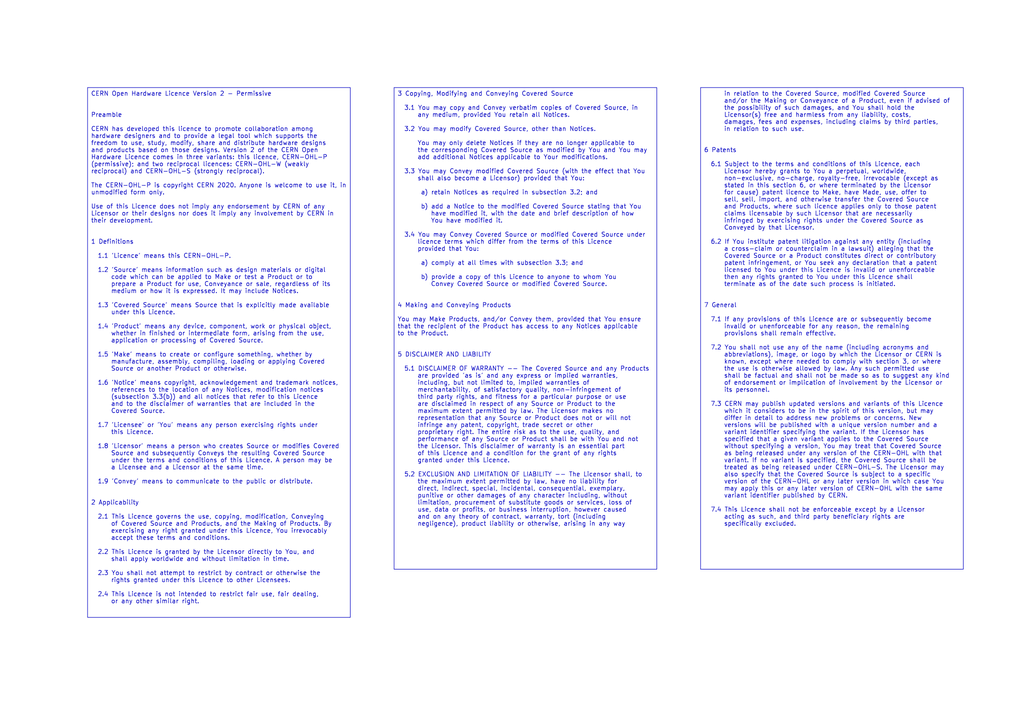
<source format=kicad_sch>
(kicad_sch
	(version 20250114)
	(generator "eeschema")
	(generator_version "9.0")
	(uuid "81d31c89-dcce-4b61-9bc2-bb3d11928cd4")
	(paper "A4")
	(lib_symbols)
	(text_box "3 Copying, Modifying and Conveying Covered Source\n\n  3.1 You may copy and Convey verbatim copies of Covered Source, in\n      any medium, provided You retain all Notices.\n\n  3.2 You may modify Covered Source, other than Notices.\n\n      You may only delete Notices if they are no longer applicable to\n      the corresponding Covered Source as modified by You and You may\n      add additional Notices applicable to Your modifications.\n\n  3.3 You may Convey modified Covered Source (with the effect that You\n      shall also become a Licensor) provided that You:\n\n       a) retain Notices as required in subsection 3.2; and\n\n       b) add a Notice to the modified Covered Source stating that You\n          have modified it, with the date and brief description of how\n          You have modified it.\n\n  3.4 You may Convey Covered Source or modified Covered Source under\n      licence terms which differ from the terms of this Licence\n      provided that You:\n\n       a) comply at all times with subsection 3.3; and\n\n       b) provide a copy of this Licence to anyone to whom You\n          Convey Covered Source or modified Covered Source.\n\n\n4 Making and Conveying Products\n\nYou may Make Products, and/or Convey them, provided that You ensure\nthat the recipient of the Product has access to any Notices applicable\nto the Product.\n\n\n5 DISCLAIMER AND LIABILITY\n\n  5.1 DISCLAIMER OF WARRANTY -- The Covered Source and any Products\n      are provided 'as is' and any express or implied warranties,\n      including, but not limited to, implied warranties of\n      merchantability, of satisfactory quality, non-infringement of\n      third party rights, and fitness for a particular purpose or use\n      are disclaimed in respect of any Source or Product to the\n      maximum extent permitted by law. The Licensor makes no\n      representation that any Source or Product does not or will not\n      infringe any patent, copyright, trade secret or other\n      proprietary right. The entire risk as to the use, quality, and\n      performance of any Source or Product shall be with You and not\n      the Licensor. This disclaimer of warranty is an essential part\n      of this Licence and a condition for the grant of any rights\n      granted under this Licence.\n\n  5.2 EXCLUSION AND LIMITATION OF LIABILITY -- The Licensor shall, to\n      the maximum extent permitted by law, have no liability for\n      direct, indirect, special, incidental, consequential, exemplary,\n      punitive or other damages of any character including, without\n      limitation, procurement of substitute goods or services, loss of\n      use, data or profits, or business interruption, however caused\n      and on any theory of contract, warranty, tort (including\n      negligence), product liability or otherwise, arising in any way"
		(exclude_from_sim no)
		(at 114.3 25.4 0)
		(size 76.2 139.7)
		(margins 0.9525 0.9525 0.9525 0.9525)
		(stroke
			(width 0)
			(type solid)
		)
		(fill
			(type none)
		)
		(effects
			(font
				(size 1.27 1.27)
			)
			(justify left top)
		)
		(uuid "1ae15c3f-0a74-4820-ad98-5b6af454daf5")
	)
	(text_box "CERN Open Hardware Licence Version 2 - Permissive\n\n\nPreamble\n\nCERN has developed this licence to promote collaboration among\nhardware designers and to provide a legal tool which supports the\nfreedom to use, study, modify, share and distribute hardware designs\nand products based on those designs. Version 2 of the CERN Open\nHardware Licence comes in three variants: this licence, CERN-OHL-P\n(permissive); and two reciprocal licences: CERN-OHL-W (weakly\nreciprocal) and CERN-OHL-S (strongly reciprocal).\n\nThe CERN-OHL-P is copyright CERN 2020. Anyone is welcome to use it, in\nunmodified form only.\n\nUse of this Licence does not imply any endorsement by CERN of any\nLicensor or their designs nor does it imply any involvement by CERN in\ntheir development.\n\n\n1 Definitions\n\n  1.1 'Licence' means this CERN-OHL-P.\n\n  1.2 'Source' means information such as design materials or digital\n      code which can be applied to Make or test a Product or to\n      prepare a Product for use, Conveyance or sale, regardless of its\n      medium or how it is expressed. It may include Notices.\n\n  1.3 'Covered Source' means Source that is explicitly made available\n      under this Licence.\n\n  1.4 'Product' means any device, component, work or physical object,\n      whether in finished or intermediate form, arising from the use,\n      application or processing of Covered Source.\n\n  1.5 'Make' means to create or configure something, whether by\n      manufacture, assembly, compiling, loading or applying Covered\n      Source or another Product or otherwise.\n\n  1.6 'Notice' means copyright, acknowledgement and trademark notices,\n      references to the location of any Notices, modification notices\n      (subsection 3.3(b)) and all notices that refer to this Licence\n      and to the disclaimer of warranties that are included in the\n      Covered Source.\n\n  1.7 'Licensee' or 'You' means any person exercising rights under\n      this Licence.\n\n  1.8 'Licensor' means a person who creates Source or modifies Covered\n      Source and subsequently Conveys the resulting Covered Source\n      under the terms and conditions of this Licence. A person may be\n      a Licensee and a Licensor at the same time.\n\n  1.9 'Convey' means to communicate to the public or distribute.\n\n\n2 Applicability\n\n  2.1 This Licence governs the use, copying, modification, Conveying\n      of Covered Source and Products, and the Making of Products. By\n      exercising any right granted under this Licence, You irrevocably\n      accept these terms and conditions.\n\n  2.2 This Licence is granted by the Licensor directly to You, and\n      shall apply worldwide and without limitation in time.\n\n  2.3 You shall not attempt to restrict by contract or otherwise the\n      rights granted under this Licence to other Licensees.\n\n  2.4 This Licence is not intended to restrict fair use, fair dealing,\n      or any other similar right."
		(exclude_from_sim no)
		(at 25.4 25.4 0)
		(size 76.2 153.67)
		(margins 0.9525 0.9525 0.9525 0.9525)
		(stroke
			(width 0)
			(type solid)
		)
		(fill
			(type none)
		)
		(effects
			(font
				(size 1.27 1.27)
			)
			(justify left top)
		)
		(uuid "1f12d664-9c60-4d6b-9359-976b8fe7e2fa")
	)
	(text_box "      in relation to the Covered Source, modified Covered Source\n      and/or the Making or Conveyance of a Product, even if advised of\n      the possibility of such damages, and You shall hold the\n      Licensor(s) free and harmless from any liability, costs,\n      damages, fees and expenses, including claims by third parties,\n      in relation to such use.\n\n\n6 Patents\n\n  6.1 Subject to the terms and conditions of this Licence, each\n      Licensor hereby grants to You a perpetual, worldwide,\n      non-exclusive, no-charge, royalty-free, irrevocable (except as\n      stated in this section 6, or where terminated by the Licensor\n      for cause) patent licence to Make, have Made, use, offer to\n      sell, sell, import, and otherwise transfer the Covered Source\n      and Products, where such licence applies only to those patent\n      claims licensable by such Licensor that are necessarily\n      infringed by exercising rights under the Covered Source as\n      Conveyed by that Licensor.\n\n  6.2 If You institute patent litigation against any entity (including\n      a cross-claim or counterclaim in a lawsuit) alleging that the\n      Covered Source or a Product constitutes direct or contributory\n      patent infringement, or You seek any declaration that a patent\n      licensed to You under this Licence is invalid or unenforceable\n      then any rights granted to You under this Licence shall\n      terminate as of the date such process is initiated.\n\n\n7 General\n\n  7.1 If any provisions of this Licence are or subsequently become\n      invalid or unenforceable for any reason, the remaining\n      provisions shall remain effective.\n\n  7.2 You shall not use any of the name (including acronyms and\n      abbreviations), image, or logo by which the Licensor or CERN is\n      known, except where needed to comply with section 3, or where\n      the use is otherwise allowed by law. Any such permitted use\n      shall be factual and shall not be made so as to suggest any kind\n      of endorsement or implication of involvement by the Licensor or\n      its personnel.\n\n  7.3 CERN may publish updated versions and variants of this Licence\n      which it considers to be in the spirit of this version, but may\n      differ in detail to address new problems or concerns. New\n      versions will be published with a unique version number and a\n      variant identifier specifying the variant. If the Licensor has\n      specified that a given variant applies to the Covered Source\n      without specifying a version, You may treat that Covered Source\n      as being released under any version of the CERN-OHL with that\n      variant. If no variant is specified, the Covered Source shall be\n      treated as being released under CERN-OHL-S. The Licensor may\n      also specify that the Covered Source is subject to a specific\n      version of the CERN-OHL or any later version in which case You\n      may apply this or any later version of CERN-OHL with the same\n      variant identifier published by CERN.\n\n  7.4 This Licence shall not be enforceable except by a Licensor\n      acting as such, and third party beneficiary rights are\n      specifically excluded."
		(exclude_from_sim no)
		(at 203.2 25.4 0)
		(size 76.2 139.7)
		(margins 0.9525 0.9525 0.9525 0.9525)
		(stroke
			(width 0)
			(type solid)
		)
		(fill
			(type none)
		)
		(effects
			(font
				(size 1.27 1.27)
			)
			(justify left top)
		)
		(uuid "5f3ce13e-a1f3-4135-8f9e-4dfd6e4017fc")
	)
)

</source>
